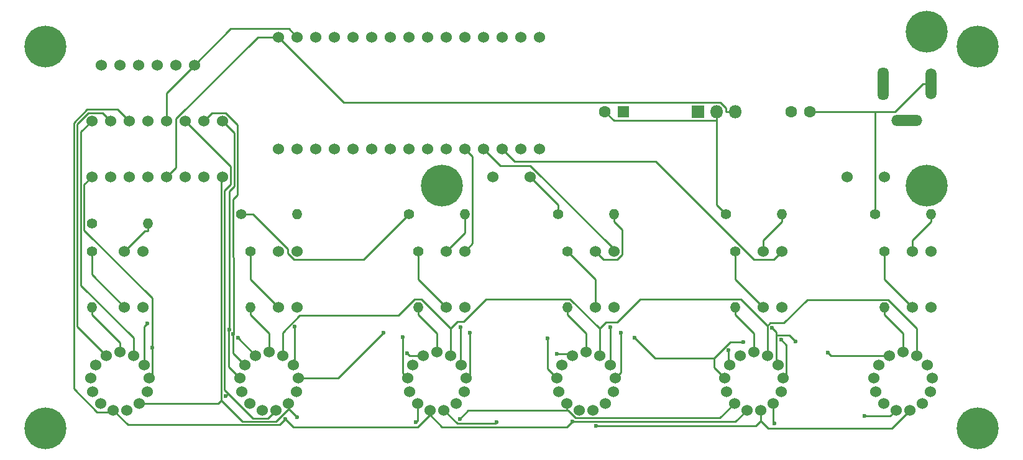
<source format=gbl>
G04 #@! TF.FileFunction,Copper,L2,Bot,Signal*
%FSLAX46Y46*%
G04 Gerber Fmt 4.6, Leading zero omitted, Abs format (unit mm)*
G04 Created by KiCad (PCBNEW 4.0.7-e2-6376~58~ubuntu16.04.1) date Thu Oct 31 20:50:36 2019*
%MOMM*%
%LPD*%
G01*
G04 APERTURE LIST*
%ADD10C,0.100000*%
%ADD11C,1.524000*%
%ADD12C,1.600000*%
%ADD13R,1.600000X1.600000*%
%ADD14C,1.400000*%
%ADD15O,1.400000X1.400000*%
%ADD16R,1.800000X1.800000*%
%ADD17O,1.800000X1.800000*%
%ADD18O,1.524000X4.500000*%
%ADD19O,1.524000X4.200000*%
%ADD20O,4.200000X1.524000*%
%ADD21C,5.700000*%
%ADD22C,0.600000*%
%ADD23C,0.250000*%
G04 APERTURE END LIST*
D10*
D11*
X59690000Y-140970000D03*
X62230000Y-140970000D03*
X64770000Y-140970000D03*
X67310000Y-140970000D03*
X69850000Y-140970000D03*
X72390000Y-140970000D03*
X74930000Y-140970000D03*
X77470000Y-140970000D03*
X80010000Y-140970000D03*
X82550000Y-140970000D03*
X85090000Y-140970000D03*
X87630000Y-140970000D03*
X90170000Y-140970000D03*
X92710000Y-140970000D03*
X95250000Y-140970000D03*
X95250000Y-125730000D03*
X92710000Y-125730000D03*
X90170000Y-125730000D03*
X87630000Y-125730000D03*
X85090000Y-125730000D03*
X82550000Y-125730000D03*
X80010000Y-125730000D03*
X77470000Y-125730000D03*
X74930000Y-125730000D03*
X72390000Y-125730000D03*
X69850000Y-125730000D03*
X67310000Y-125730000D03*
X64770000Y-125730000D03*
X62230000Y-125730000D03*
X59690000Y-125730000D03*
D12*
X129540000Y-135890000D03*
X132080000Y-135890000D03*
D13*
X106680000Y-135890000D03*
D12*
X104180000Y-135890000D03*
D11*
X38100000Y-168720000D03*
X36250000Y-169180000D03*
X34810000Y-170450000D03*
X34130000Y-172240000D03*
X34360000Y-174130000D03*
X35450000Y-175710000D03*
X37150000Y-176600000D03*
X39050000Y-176600000D03*
X40750000Y-175710000D03*
X41840000Y-174130000D03*
X42070000Y-172240000D03*
X41390000Y-170450000D03*
X39950000Y-169180000D03*
X58420000Y-168720000D03*
X56570000Y-169180000D03*
X55130000Y-170450000D03*
X54450000Y-172240000D03*
X54680000Y-174130000D03*
X55770000Y-175710000D03*
X57470000Y-176600000D03*
X59370000Y-176600000D03*
X61070000Y-175710000D03*
X62160000Y-174130000D03*
X62390000Y-172240000D03*
X61710000Y-170450000D03*
X60270000Y-169180000D03*
X81280000Y-168720000D03*
X79430000Y-169180000D03*
X77990000Y-170450000D03*
X77310000Y-172240000D03*
X77540000Y-174130000D03*
X78630000Y-175710000D03*
X80330000Y-176600000D03*
X82230000Y-176600000D03*
X83930000Y-175710000D03*
X85020000Y-174130000D03*
X85250000Y-172240000D03*
X84570000Y-170450000D03*
X83130000Y-169180000D03*
X101600000Y-168720000D03*
X99750000Y-169180000D03*
X98310000Y-170450000D03*
X97630000Y-172240000D03*
X97860000Y-174130000D03*
X98950000Y-175710000D03*
X100650000Y-176600000D03*
X102550000Y-176600000D03*
X104250000Y-175710000D03*
X105340000Y-174130000D03*
X105570000Y-172240000D03*
X104890000Y-170450000D03*
X103450000Y-169180000D03*
X124460000Y-168720000D03*
X122610000Y-169180000D03*
X121170000Y-170450000D03*
X120490000Y-172240000D03*
X120720000Y-174130000D03*
X121810000Y-175710000D03*
X123510000Y-176600000D03*
X125410000Y-176600000D03*
X127110000Y-175710000D03*
X128200000Y-174130000D03*
X128430000Y-172240000D03*
X127750000Y-170450000D03*
X126310000Y-169180000D03*
X144780000Y-168720000D03*
X142930000Y-169180000D03*
X141490000Y-170450000D03*
X140810000Y-172240000D03*
X141040000Y-174130000D03*
X142130000Y-175710000D03*
X143830000Y-176600000D03*
X145730000Y-176600000D03*
X147430000Y-175710000D03*
X148520000Y-174130000D03*
X148750000Y-172240000D03*
X148070000Y-170450000D03*
X146630000Y-169180000D03*
X34290000Y-144780000D03*
X36830000Y-144780000D03*
X39370000Y-144780000D03*
X41910000Y-144780000D03*
X44450000Y-144780000D03*
X46990000Y-144780000D03*
X49530000Y-144780000D03*
X52070000Y-144780000D03*
X52070000Y-137160000D03*
X49530000Y-137160000D03*
X46990000Y-137160000D03*
X44450000Y-137160000D03*
X41910000Y-137160000D03*
X39370000Y-137160000D03*
X36830000Y-137160000D03*
X34290000Y-137160000D03*
D14*
X34290000Y-151130000D03*
D15*
X41910000Y-151130000D03*
D14*
X34290000Y-154940000D03*
D15*
X34290000Y-162560000D03*
D14*
X54610000Y-149860000D03*
D15*
X62230000Y-149860000D03*
D14*
X55880000Y-154940000D03*
D15*
X55880000Y-162560000D03*
D14*
X77470000Y-149860000D03*
D15*
X85090000Y-149860000D03*
D14*
X78740000Y-154940000D03*
D15*
X78740000Y-162560000D03*
D14*
X97790000Y-149860000D03*
D15*
X105410000Y-149860000D03*
D14*
X99060000Y-154940000D03*
D15*
X99060000Y-162560000D03*
D14*
X121920000Y-154940000D03*
D15*
X121920000Y-162560000D03*
D14*
X120650000Y-149860000D03*
D15*
X128270000Y-149860000D03*
D14*
X140970000Y-149860000D03*
D15*
X148590000Y-149860000D03*
D14*
X142240000Y-154940000D03*
D15*
X142240000Y-162560000D03*
D11*
X41275000Y-154940000D03*
X38735000Y-154940000D03*
X38735000Y-162560000D03*
X41275000Y-162560000D03*
X62230000Y-154940000D03*
X59690000Y-154940000D03*
X59690000Y-162560000D03*
X62230000Y-162560000D03*
X85090000Y-154940000D03*
X82550000Y-154940000D03*
X82550000Y-162560000D03*
X85090000Y-162560000D03*
X105410000Y-154940000D03*
X102870000Y-154940000D03*
X102870000Y-162560000D03*
X105410000Y-162560000D03*
X128270000Y-154940000D03*
X125730000Y-154940000D03*
X125730000Y-162560000D03*
X128270000Y-162560000D03*
X148590000Y-154940000D03*
X146050000Y-154940000D03*
X146050000Y-162560000D03*
X148590000Y-162560000D03*
D16*
X116840000Y-135890000D03*
D17*
X119380000Y-135890000D03*
X121920000Y-135890000D03*
D11*
X35560000Y-129540000D03*
X38100000Y-129540000D03*
X40640000Y-129540000D03*
X43180000Y-129540000D03*
X45720000Y-129540000D03*
X48260000Y-129540000D03*
X88900000Y-144780000D03*
X93980000Y-144780000D03*
X142240000Y-144780000D03*
X137160000Y-144780000D03*
D18*
X142090000Y-132080000D03*
D19*
X148590000Y-132080000D03*
D20*
X145290000Y-137080000D03*
D21*
X82000000Y-146000000D03*
X148000000Y-146000000D03*
X148000000Y-125000000D03*
X154940000Y-179070000D03*
X27940000Y-179070000D03*
X154940000Y-127000000D03*
X27940000Y-127000000D03*
D22*
X97657500Y-168970800D03*
X54163800Y-166773800D03*
X77235500Y-168881500D03*
X134584100Y-168790000D03*
X53538500Y-166201000D03*
X121004100Y-168461900D03*
X96324100Y-166834300D03*
X123047900Y-167348500D03*
X76600900Y-166669100D03*
X53005000Y-165594700D03*
X108195800Y-166703200D03*
X78431700Y-178260100D03*
X84383800Y-177820100D03*
X99764600Y-178176300D03*
X139535900Y-177376300D03*
X60655100Y-177816100D03*
X102946300Y-178773500D03*
X89435000Y-178273900D03*
X52517600Y-174683100D03*
X127252500Y-178451900D03*
X62204100Y-177578800D03*
X74006600Y-166039500D03*
X42509100Y-168114500D03*
X106325700Y-166077800D03*
X85808400Y-166039500D03*
X128158200Y-166999300D03*
X61943400Y-165226900D03*
X41876100Y-164746600D03*
X104951500Y-165305500D03*
X126930400Y-165369400D03*
X84476100Y-165313300D03*
X130168900Y-167264100D03*
D23*
X121920000Y-135890000D02*
X120694700Y-135890000D01*
X68624700Y-134664700D02*
X59690000Y-125730000D01*
X119929000Y-134664700D02*
X68624700Y-134664700D01*
X120694700Y-135430400D02*
X119929000Y-134664700D01*
X120694700Y-135890000D02*
X120694700Y-135430400D01*
X45720000Y-143510000D02*
X44450000Y-144780000D01*
X45720000Y-136887800D02*
X45720000Y-143510000D01*
X56877800Y-125730000D02*
X45720000Y-136887800D01*
X59690000Y-125730000D02*
X56877800Y-125730000D01*
X97790000Y-148590000D02*
X97790000Y-149860000D01*
X93980000Y-144780000D02*
X97790000Y-148590000D01*
X44450000Y-133350000D02*
X48260000Y-129540000D01*
X44450000Y-137160000D02*
X44450000Y-133350000D01*
X61099700Y-124599700D02*
X62230000Y-125730000D01*
X53200300Y-124599700D02*
X61099700Y-124599700D01*
X48260000Y-129540000D02*
X53200300Y-124599700D01*
X119380000Y-135890000D02*
X119380000Y-137115300D01*
X105405300Y-137115300D02*
X119380000Y-137115300D01*
X104180000Y-135890000D02*
X105405300Y-137115300D01*
X119380000Y-148590000D02*
X120650000Y-149860000D01*
X119380000Y-137115300D02*
X119380000Y-148590000D01*
X56199800Y-149860000D02*
X54610000Y-149860000D01*
X60960000Y-154620200D02*
X56199800Y-149860000D01*
X60960000Y-155217300D02*
X60960000Y-154620200D01*
X61783400Y-156040700D02*
X60960000Y-155217300D01*
X71289300Y-156040700D02*
X61783400Y-156040700D01*
X77470000Y-149860000D02*
X71289300Y-156040700D01*
X148590000Y-132080000D02*
X147502700Y-132080000D01*
X140970000Y-135890000D02*
X140970000Y-149860000D01*
X143692700Y-135890000D02*
X140970000Y-135890000D01*
X147502700Y-132080000D02*
X143692700Y-135890000D01*
X140970000Y-135890000D02*
X132080000Y-135890000D01*
X34290000Y-162560000D02*
X34290000Y-163585300D01*
X38100000Y-167395300D02*
X34290000Y-163585300D01*
X38100000Y-168720000D02*
X38100000Y-167395300D01*
X77534000Y-169180000D02*
X77235500Y-168881500D01*
X79430000Y-169180000D02*
X77534000Y-169180000D01*
X56570000Y-169180000D02*
X54163800Y-166773800D01*
X99540800Y-168970800D02*
X97657500Y-168970800D01*
X99750000Y-169180000D02*
X99540800Y-168970800D01*
X134974100Y-169180000D02*
X134584100Y-168790000D01*
X142930000Y-169180000D02*
X134974100Y-169180000D01*
X35732400Y-136062400D02*
X36830000Y-137160000D01*
X33812000Y-136062400D02*
X35732400Y-136062400D01*
X32304700Y-137569700D02*
X33812000Y-136062400D01*
X32304700Y-165234700D02*
X32304700Y-137569700D01*
X36250000Y-169180000D02*
X32304700Y-165234700D01*
X53538500Y-168858500D02*
X55130000Y-170450000D01*
X53538500Y-166201000D02*
X53538500Y-168858500D01*
X121004100Y-170284100D02*
X121170000Y-170450000D01*
X121004100Y-168461900D02*
X121004100Y-170284100D01*
X50621000Y-136069000D02*
X49530000Y-137160000D01*
X52518700Y-136069000D02*
X50621000Y-136069000D01*
X54146400Y-137696700D02*
X52518700Y-136069000D01*
X54146400Y-147281100D02*
X54146400Y-137696700D01*
X53538500Y-147889000D02*
X54146400Y-147281100D01*
X53538500Y-155687100D02*
X53538500Y-147889000D01*
X53630300Y-155778900D02*
X53538500Y-155687100D01*
X53630300Y-166109200D02*
X53630300Y-155778900D01*
X53538500Y-166201000D02*
X53630300Y-166109200D01*
X76600900Y-171530900D02*
X76600900Y-166669100D01*
X77310000Y-172240000D02*
X76600900Y-171530900D01*
X96324100Y-170934100D02*
X96324100Y-166834300D01*
X97630000Y-172240000D02*
X96324100Y-170934100D01*
X111002400Y-169509800D02*
X108195800Y-166703200D01*
X119071900Y-169509800D02*
X111002400Y-169509800D01*
X121233200Y-167348500D02*
X119071900Y-169509800D01*
X123047900Y-167348500D02*
X121233200Y-167348500D01*
X119071900Y-170821900D02*
X120490000Y-172240000D01*
X119071900Y-169509800D02*
X119071900Y-170821900D01*
X52905200Y-170695200D02*
X54450000Y-172240000D01*
X52905200Y-165694500D02*
X52905200Y-170695200D01*
X53005000Y-165594700D02*
X52905200Y-165694500D01*
X53005000Y-146743500D02*
X53005000Y-165594700D01*
X53673300Y-146075200D02*
X53005000Y-146743500D01*
X53673300Y-138763300D02*
X53673300Y-146075200D01*
X52070000Y-137160000D02*
X53673300Y-138763300D01*
X78630000Y-178061800D02*
X78431700Y-178260100D01*
X78630000Y-175710000D02*
X78630000Y-178061800D01*
X98950000Y-176645000D02*
X98950000Y-175710000D01*
X99157200Y-176645000D02*
X98950000Y-176645000D01*
X100210100Y-177697900D02*
X99157200Y-176645000D01*
X119822100Y-177697900D02*
X100210100Y-177697900D01*
X121810000Y-175710000D02*
X119822100Y-177697900D01*
X85558900Y-176645000D02*
X84383800Y-177820100D01*
X98950000Y-176645000D02*
X85558900Y-176645000D01*
X80330000Y-177272300D02*
X80330000Y-176600000D01*
X99792700Y-178148200D02*
X99764600Y-178176300D01*
X121961800Y-178148200D02*
X99792700Y-178148200D01*
X123510000Y-176600000D02*
X121961800Y-178148200D01*
X143053700Y-177376300D02*
X139535900Y-177376300D01*
X143830000Y-176600000D02*
X143053700Y-177376300D01*
X99016000Y-178924900D02*
X99764600Y-178176300D01*
X81982600Y-178924900D02*
X99016000Y-178924900D01*
X80330000Y-177272300D02*
X81982600Y-178924900D01*
X78681500Y-178920800D02*
X80330000Y-177272300D01*
X61759800Y-178920800D02*
X78681500Y-178920800D01*
X60655100Y-177816100D02*
X61759800Y-178920800D01*
X36896600Y-176853400D02*
X37150000Y-176600000D01*
X34995600Y-176853400D02*
X36896600Y-176853400D01*
X31825600Y-173683400D02*
X34995600Y-176853400D01*
X31825600Y-137411900D02*
X31825600Y-173683400D01*
X33660900Y-135576600D02*
X31825600Y-137411900D01*
X37786600Y-135576600D02*
X33660900Y-135576600D01*
X39370000Y-137160000D02*
X37786600Y-135576600D01*
X59844200Y-178627000D02*
X60655100Y-177816100D01*
X39177000Y-178627000D02*
X59844200Y-178627000D01*
X37150000Y-176600000D02*
X39177000Y-178627000D01*
X125410000Y-176600000D02*
X125410000Y-178063400D01*
X143249900Y-179080100D02*
X145730000Y-176600000D01*
X126426700Y-179080100D02*
X143249900Y-179080100D01*
X125410000Y-178063400D02*
X126426700Y-179080100D01*
X124699900Y-178773500D02*
X102946300Y-178773500D01*
X125410000Y-178063400D02*
X124699900Y-178773500D01*
X89248500Y-178460400D02*
X89435000Y-178273900D01*
X84090400Y-178460400D02*
X89248500Y-178460400D01*
X82230000Y-176600000D02*
X84090400Y-178460400D01*
X56248600Y-177726300D02*
X52861500Y-174339200D01*
X58243700Y-177726300D02*
X56248600Y-177726300D01*
X59370000Y-176600000D02*
X58243700Y-177726300D01*
X52333900Y-173811600D02*
X52861500Y-174339200D01*
X52333900Y-146665800D02*
X52333900Y-173811600D01*
X53167500Y-145832200D02*
X52333900Y-146665800D01*
X53167500Y-143337500D02*
X53167500Y-145832200D01*
X46990000Y-137160000D02*
X53167500Y-143337500D01*
X52861500Y-174339200D02*
X52517600Y-174683100D01*
X127110000Y-178309400D02*
X127110000Y-175710000D01*
X127252500Y-178451900D02*
X127110000Y-178309400D01*
X61070000Y-175710000D02*
X61070000Y-176487700D01*
X61113000Y-176487700D02*
X62204100Y-177578800D01*
X61070000Y-176487700D02*
X61113000Y-176487700D01*
X51467100Y-175710000D02*
X51883500Y-175293600D01*
X40750000Y-175710000D02*
X51467100Y-175710000D01*
X51883500Y-144966500D02*
X51883500Y-175293600D01*
X52070000Y-144780000D02*
X51883500Y-144966500D01*
X59381000Y-178176700D02*
X61070000Y-176487700D01*
X54766600Y-178176700D02*
X59381000Y-178176700D01*
X51883500Y-175293600D02*
X54766600Y-178176700D01*
X67806100Y-172240000D02*
X74006600Y-166039500D01*
X62390000Y-172240000D02*
X67806100Y-172240000D01*
X42509100Y-161358400D02*
X42509100Y-168114500D01*
X33241200Y-152090500D02*
X42509100Y-161358400D01*
X33241200Y-145828800D02*
X33241200Y-152090500D01*
X34290000Y-144780000D02*
X33241200Y-145828800D01*
X42509100Y-171800900D02*
X42070000Y-172240000D01*
X42509100Y-168114500D02*
X42509100Y-171800900D01*
X106325700Y-171484300D02*
X106325700Y-166077800D01*
X105570000Y-172240000D02*
X106325700Y-171484300D01*
X85808300Y-166039500D02*
X85808400Y-166039500D01*
X85808300Y-171681700D02*
X85808300Y-166039500D01*
X85250000Y-172240000D02*
X85808300Y-171681700D01*
X128869100Y-167710200D02*
X128158200Y-166999300D01*
X128869100Y-171800900D02*
X128869100Y-167710200D01*
X128430000Y-172240000D02*
X128869100Y-171800900D01*
X41390000Y-165232700D02*
X41876100Y-164746600D01*
X41390000Y-170450000D02*
X41390000Y-165232700D01*
X104890000Y-165367000D02*
X104951500Y-165305500D01*
X104890000Y-170450000D02*
X104890000Y-165367000D01*
X61943400Y-170216600D02*
X61710000Y-170450000D01*
X61943400Y-165226900D02*
X61943400Y-170216600D01*
X84476100Y-170356100D02*
X84570000Y-170450000D01*
X84476100Y-165313300D02*
X84476100Y-170356100D01*
X127497800Y-170197800D02*
X127497800Y-166373900D01*
X127750000Y-170450000D02*
X127497800Y-170197800D01*
X127497800Y-165936800D02*
X126930400Y-165369400D01*
X127497800Y-166373900D02*
X127497800Y-165936800D01*
X129278700Y-166373900D02*
X130168900Y-167264100D01*
X127497800Y-166373900D02*
X129278700Y-166373900D01*
X32783300Y-138666700D02*
X34290000Y-137160000D01*
X32783300Y-159588400D02*
X32783300Y-138666700D01*
X39950000Y-166755100D02*
X32783300Y-159588400D01*
X39950000Y-169180000D02*
X39950000Y-166755100D01*
X79154100Y-161523900D02*
X83130000Y-165499800D01*
X78203200Y-161523900D02*
X79154100Y-161523900D01*
X76056800Y-163670300D02*
X78203200Y-161523900D01*
X62615700Y-163670300D02*
X76056800Y-163670300D01*
X60270000Y-166016000D02*
X62615700Y-163670300D01*
X60270000Y-169180000D02*
X60270000Y-166016000D01*
X83130000Y-165499800D02*
X83130000Y-169180000D01*
X103450000Y-169180000D02*
X103450000Y-165486800D01*
X84102000Y-164527800D02*
X83130000Y-165499800D01*
X84924700Y-164527800D02*
X84102000Y-164527800D01*
X87965700Y-161486800D02*
X84924700Y-164527800D01*
X99450000Y-161486800D02*
X87965700Y-161486800D01*
X103450000Y-165486800D02*
X99450000Y-161486800D01*
X122680600Y-161485900D02*
X126305100Y-165110400D01*
X109018400Y-161485900D02*
X122680600Y-161485900D01*
X105881900Y-164622400D02*
X109018400Y-161485900D01*
X104314400Y-164622400D02*
X105881900Y-164622400D01*
X103450000Y-165486800D02*
X104314400Y-164622400D01*
X126671400Y-164744100D02*
X126305100Y-165110400D01*
X128558700Y-164744100D02*
X126671400Y-164744100D01*
X131769000Y-161533800D02*
X128558700Y-164744100D01*
X142734400Y-161533800D02*
X131769000Y-161533800D01*
X146630000Y-165429400D02*
X142734400Y-161533800D01*
X146630000Y-169180000D02*
X146630000Y-165429400D01*
X126305100Y-169175100D02*
X126310000Y-169180000D01*
X126305100Y-165110400D02*
X126305100Y-169175100D01*
X58420000Y-166125300D02*
X58420000Y-168720000D01*
X55880000Y-163585300D02*
X58420000Y-166125300D01*
X55880000Y-162560000D02*
X55880000Y-163585300D01*
X81280000Y-166125300D02*
X81280000Y-168720000D01*
X78740000Y-163585300D02*
X81280000Y-166125300D01*
X78740000Y-162560000D02*
X78740000Y-163585300D01*
X101600000Y-166125300D02*
X101600000Y-168720000D01*
X99060000Y-163585300D02*
X101600000Y-166125300D01*
X99060000Y-162560000D02*
X99060000Y-163585300D01*
X121920000Y-162560000D02*
X121920000Y-163585300D01*
X124460000Y-166125300D02*
X121920000Y-163585300D01*
X124460000Y-168720000D02*
X124460000Y-166125300D01*
X144780000Y-166125300D02*
X144780000Y-168720000D01*
X142240000Y-163585300D02*
X144780000Y-166125300D01*
X142240000Y-162560000D02*
X142240000Y-163585300D01*
X41519700Y-152155300D02*
X41910000Y-152155300D01*
X38735000Y-154940000D02*
X41519700Y-152155300D01*
X41910000Y-151130000D02*
X41910000Y-152155300D01*
X34290000Y-158115000D02*
X34290000Y-154940000D01*
X38735000Y-162560000D02*
X34290000Y-158115000D01*
X55880000Y-158750000D02*
X55880000Y-154940000D01*
X59690000Y-162560000D02*
X55880000Y-158750000D01*
X85090000Y-152400000D02*
X85090000Y-149860000D01*
X82550000Y-154940000D02*
X85090000Y-152400000D01*
X78740000Y-158750000D02*
X78740000Y-154940000D01*
X82550000Y-162560000D02*
X78740000Y-158750000D01*
X106515200Y-151990500D02*
X105410000Y-150885300D01*
X106515200Y-155397800D02*
X106515200Y-151990500D01*
X105882500Y-156030500D02*
X106515200Y-155397800D01*
X103960500Y-156030500D02*
X105882500Y-156030500D01*
X102870000Y-154940000D02*
X103960500Y-156030500D01*
X105410000Y-149860000D02*
X105410000Y-150885300D01*
X102870000Y-158750000D02*
X99060000Y-154940000D01*
X102870000Y-162560000D02*
X102870000Y-158750000D01*
X121920000Y-158750000D02*
X121920000Y-154940000D01*
X125730000Y-162560000D02*
X121920000Y-158750000D01*
X125730000Y-153425300D02*
X128270000Y-150885300D01*
X125730000Y-154940000D02*
X125730000Y-153425300D01*
X128270000Y-149860000D02*
X128270000Y-150885300D01*
X146050000Y-153425300D02*
X148590000Y-150885300D01*
X146050000Y-154940000D02*
X146050000Y-153425300D01*
X148590000Y-149860000D02*
X148590000Y-150885300D01*
X142240000Y-158750000D02*
X142240000Y-154940000D01*
X146050000Y-162560000D02*
X142240000Y-158750000D01*
X86130300Y-153899700D02*
X85090000Y-154940000D01*
X86130300Y-142010300D02*
X86130300Y-153899700D01*
X85090000Y-140970000D02*
X86130300Y-142010300D01*
X105410000Y-154619600D02*
X105410000Y-154940000D01*
X94031600Y-143241200D02*
X105410000Y-154619600D01*
X89901200Y-143241200D02*
X94031600Y-143241200D01*
X87630000Y-140970000D02*
X89901200Y-143241200D01*
X91858000Y-142658000D02*
X90170000Y-140970000D01*
X111119700Y-142658000D02*
X91858000Y-142658000D01*
X124494500Y-156032800D02*
X111119700Y-142658000D01*
X127177200Y-156032800D02*
X124494500Y-156032800D01*
X128270000Y-154940000D02*
X127177200Y-156032800D01*
M02*

</source>
